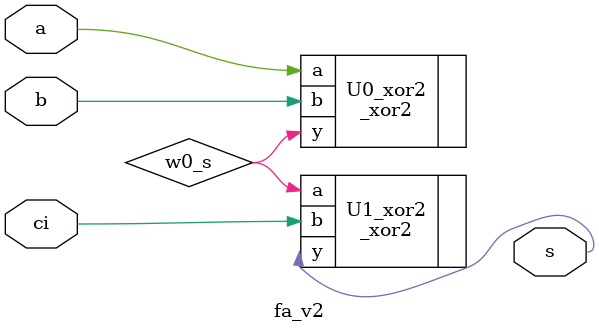
<source format=v>
module fa_v2 (a, b, ci, s) ;
//full adder without carry-out
	input a, b, ci ; 
	output s;

	wire w0_s ;

	_xor2 U0_xor2(.a(a), .b(b), .y(w0_s)) ;
	_xor2 U1_xor2(.a(w0_s), .b(ci), .y(s)) ;

endmodule
</source>
